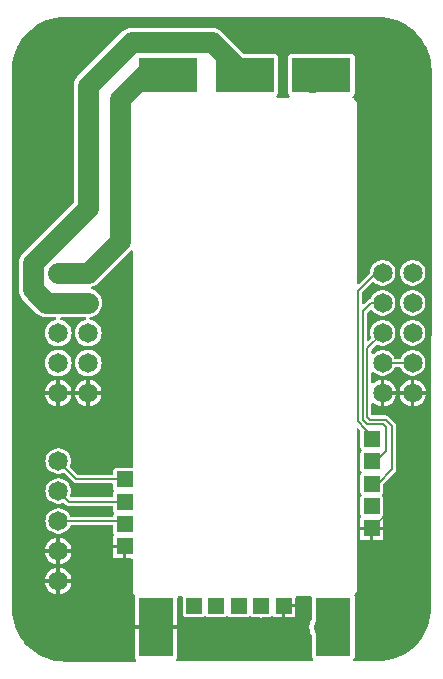
<source format=gbr>
%TF.GenerationSoftware,KiCad,Pcbnew,8.0.6*%
%TF.CreationDate,2024-10-27T10:54:55+01:00*%
%TF.ProjectId,Motor_Driver_carrier_board,4d6f746f-725f-4447-9269-7665725f6361,rev?*%
%TF.SameCoordinates,Original*%
%TF.FileFunction,Copper,L1,Top*%
%TF.FilePolarity,Positive*%
%FSLAX46Y46*%
G04 Gerber Fmt 4.6, Leading zero omitted, Abs format (unit mm)*
G04 Created by KiCad (PCBNEW 8.0.6) date 2024-10-27 10:54:55*
%MOMM*%
%LPD*%
G01*
G04 APERTURE LIST*
%TA.AperFunction,SMDPad,CuDef*%
%ADD10R,5.000000X3.000000*%
%TD*%
%TA.AperFunction,ComponentPad*%
%ADD11C,1.650000*%
%TD*%
%TA.AperFunction,SMDPad,CuDef*%
%ADD12R,1.400000X1.400000*%
%TD*%
%TA.AperFunction,SMDPad,CuDef*%
%ADD13R,3.000000X5.000000*%
%TD*%
%TA.AperFunction,ViaPad*%
%ADD14C,0.600000*%
%TD*%
%TA.AperFunction,Conductor*%
%ADD15C,2.765520*%
%TD*%
%TA.AperFunction,Conductor*%
%ADD16C,0.200000*%
%TD*%
%TA.AperFunction,Conductor*%
%ADD17C,1.791660*%
%TD*%
G04 APERTURE END LIST*
D10*
%TO.P,OUT1,1*%
%TO.N,/OUT1*%
X127675000Y-46950000D03*
%TD*%
D11*
%TO.P,J3,1,1*%
%TO.N,/SWDIO*%
X118385000Y-79640000D03*
%TO.P,J3,2,2*%
%TO.N,/SWCLK*%
X118385000Y-82180000D03*
%TO.P,J3,3,3*%
%TO.N,/3.3V*%
X118385000Y-84720000D03*
%TO.P,J3,4,4*%
%TO.N,GND*%
X118385000Y-87260000D03*
%TO.P,J3,5,5*%
X118385000Y-89800000D03*
%TD*%
D12*
%TO.P,GND,1*%
%TO.N,GND*%
X144925000Y-85350000D03*
%TD*%
%TO.P,5V,1*%
%TO.N,/5V*%
X129875000Y-91875000D03*
%TD*%
%TO.P,GND,1*%
%TO.N,GND*%
X137475000Y-91875000D03*
%TD*%
D13*
%TO.P,+24V,1*%
%TO.N,/24V*%
X141675000Y-93675000D03*
%TD*%
%TO.P,-24V,1*%
%TO.N,GND*%
X126675000Y-93675000D03*
%TD*%
D10*
%TO.P,OUT3,1*%
%TO.N,/OUT3*%
X140675000Y-46950000D03*
%TD*%
%TO.P,OUT2,1*%
%TO.N,/OUT2*%
X134175000Y-46950000D03*
%TD*%
D11*
%TO.P,J1,1,1*%
%TO.N,GND*%
X120925000Y-73870000D03*
%TO.P,J1,2,2*%
X118385000Y-73870000D03*
%TO.P,J1,3,3*%
%TO.N,/24V*%
X120925000Y-71330000D03*
%TO.P,J1,4,4*%
X118385000Y-71330000D03*
%TO.P,J1,5,5*%
%TO.N,/OUT3*%
X120925000Y-68790000D03*
%TO.P,J1,6,6*%
X118385000Y-68790000D03*
%TO.P,J1,7,7*%
%TO.N,/OUT2*%
X120925000Y-66250000D03*
%TO.P,J1,8,8*%
X118385000Y-66250000D03*
%TO.P,J1,9,9*%
%TO.N,/OUT1*%
X120925000Y-63710000D03*
%TO.P,J1,10,10*%
X118385000Y-63710000D03*
%TD*%
D12*
%TO.P,PWM,1*%
%TO.N,/PWM*%
X135575000Y-91875000D03*
%TD*%
%TO.P,H2,1*%
%TO.N,/H2*%
X144925000Y-79650000D03*
%TD*%
%TO.P,5V,1*%
%TO.N,/5V*%
X144925000Y-83450000D03*
%TD*%
%TO.P,SWDIO,1*%
%TO.N,/SWDIO*%
X124000000Y-81175000D03*
%TD*%
%TO.P,H1,1*%
%TO.N,/H1*%
X144925000Y-77750000D03*
%TD*%
%TO.P,TX,1*%
%TO.N,/TX*%
X131775000Y-91875000D03*
%TD*%
%TO.P,GND,1*%
%TO.N,GND*%
X124000000Y-86875000D03*
%TD*%
%TO.P,SWCLK,1*%
%TO.N,/SWCLK*%
X124000000Y-83075000D03*
%TD*%
%TO.P,+3.3V,1*%
%TO.N,/3.3V*%
X124000000Y-84975000D03*
%TD*%
%TO.P,RX,1*%
%TO.N,/RX*%
X133675000Y-91875000D03*
%TD*%
%TO.P,H3,1*%
%TO.N,/H3*%
X144925000Y-81550000D03*
%TD*%
D11*
%TO.P,J2,1,1*%
%TO.N,GND*%
X148395000Y-73870000D03*
%TO.P,J2,2,2*%
X145855000Y-73870000D03*
%TO.P,J2,3,3*%
%TO.N,/5V*%
X148395000Y-71330000D03*
%TO.P,J2,4,4*%
X145855000Y-71330000D03*
%TO.P,J2,5,5*%
%TO.N,/TX*%
X148395000Y-68790000D03*
%TO.P,J2,6,6*%
%TO.N,/H3*%
X145855000Y-68790000D03*
%TO.P,J2,7,7*%
%TO.N,/RX*%
X148395000Y-66250000D03*
%TO.P,J2,8,8*%
%TO.N,/H2*%
X145855000Y-66250000D03*
%TO.P,J2,9,9*%
%TO.N,/PWM*%
X148395000Y-63710000D03*
%TO.P,J2,10,10*%
%TO.N,/H1*%
X145855000Y-63710000D03*
%TD*%
D14*
%TO.N,/OUT3*%
X141525000Y-47000000D03*
X141500000Y-47775000D03*
X140700000Y-46225000D03*
X140675000Y-47775000D03*
X139825000Y-46225000D03*
X142425000Y-47775000D03*
X139000000Y-46225000D03*
X142375000Y-46225000D03*
X138975000Y-47775000D03*
X140675000Y-47000000D03*
X139850000Y-47000000D03*
X141525000Y-46225000D03*
X142400000Y-47000000D03*
X139025000Y-47000000D03*
X139825000Y-47775000D03*
%TO.N,GND*%
X127800000Y-91550000D03*
X125525000Y-95125000D03*
X146525000Y-81800000D03*
X137475000Y-91875000D03*
X127000000Y-91550000D03*
X127775000Y-92275000D03*
X125525000Y-95875000D03*
%TO.N,/24V*%
X140825000Y-94450000D03*
X140850000Y-93700000D03*
X142475000Y-93700000D03*
X140775000Y-95225000D03*
X142500000Y-94450000D03*
X142500000Y-95275000D03*
X141650000Y-95250000D03*
X141675000Y-93675000D03*
X141650000Y-94425000D03*
%TO.N,/PWM*%
X135575000Y-92350000D03*
%TO.N,/5V*%
X145325000Y-83425000D03*
X129875000Y-92025000D03*
%TO.N,/RX*%
X133750000Y-91975000D03*
%TO.N,/TX*%
X131725000Y-91950000D03*
%TD*%
D15*
%TO.N,/OUT3*%
X139950000Y-46950000D02*
X139850000Y-47050000D01*
X140675000Y-46950000D02*
X139950000Y-46950000D01*
D16*
%TO.N,GND*%
X126675000Y-93975000D02*
X125525000Y-95125000D01*
X137475000Y-91875000D02*
X137475000Y-91800000D01*
X144925000Y-85350000D02*
X146525000Y-83750000D01*
X137475000Y-91800000D02*
X137450000Y-91775000D01*
X126675000Y-93675000D02*
X126675000Y-93975000D01*
X146525000Y-83750000D02*
X146525000Y-81800000D01*
D17*
%TO.N,/OUT2*%
X124629170Y-44150000D02*
X120925000Y-47854170D01*
X116225000Y-65100000D02*
X117375000Y-66250000D01*
X120925000Y-47854170D02*
X120925000Y-58211946D01*
X116225000Y-62911946D02*
X116225000Y-65100000D01*
X131375000Y-44150000D02*
X124629170Y-44150000D01*
X134175000Y-46950000D02*
X131375000Y-44150000D01*
X120925000Y-58211946D02*
X116225000Y-62911946D01*
X117375000Y-66250000D02*
X120925000Y-66250000D01*
%TO.N,/OUT1*%
X125650998Y-46950000D02*
X123625000Y-48975998D01*
X123625000Y-61010000D02*
X120925000Y-63710000D01*
X120925000Y-63710000D02*
X118385000Y-63710000D01*
X127675000Y-46950000D02*
X125650998Y-46950000D01*
X123625000Y-48975998D02*
X123625000Y-61010000D01*
%TO.N,/24V*%
X140850000Y-93700000D02*
X141650000Y-93700000D01*
X141650000Y-93700000D02*
X141675000Y-93675000D01*
D16*
%TO.N,/PWM*%
X135575000Y-91925000D02*
X135600000Y-91950000D01*
X135575000Y-91875000D02*
X135575000Y-91925000D01*
%TO.N,/5V*%
X129875000Y-91875000D02*
X129875000Y-92025000D01*
X144925000Y-83450000D02*
X145075000Y-83450000D01*
X145855000Y-71330000D02*
X148395000Y-71330000D01*
X145075000Y-83450000D02*
X145125000Y-83500000D01*
%TO.N,/RX*%
X133675000Y-91875000D02*
X133675000Y-91900000D01*
X133675000Y-91900000D02*
X133750000Y-91975000D01*
%TO.N,/H2*%
X145300000Y-79650000D02*
X146150000Y-78800000D01*
X144875000Y-66250000D02*
X145855000Y-66250000D01*
X145900000Y-76525000D02*
X144550000Y-76525000D01*
X146150000Y-78800000D02*
X146150000Y-76775000D01*
X144150000Y-76125000D02*
X144150000Y-66975000D01*
X144150000Y-66975000D02*
X144875000Y-66250000D01*
X144925000Y-79650000D02*
X145300000Y-79650000D01*
X146150000Y-76775000D02*
X145900000Y-76525000D01*
X144550000Y-76525000D02*
X144150000Y-76125000D01*
%TO.N,/TX*%
X131775000Y-91900000D02*
X131725000Y-91950000D01*
X131775000Y-91875000D02*
X131775000Y-91900000D01*
%TO.N,/H1*%
X145290000Y-63710000D02*
X145855000Y-63710000D01*
X143750000Y-65250000D02*
X145290000Y-63710000D01*
X144925000Y-77450000D02*
X144400000Y-76925000D01*
X144384314Y-76925000D02*
X143750000Y-76290686D01*
X143750000Y-76290686D02*
X143750000Y-65250000D01*
X144400000Y-76925000D02*
X144384314Y-76925000D01*
X144925000Y-77750000D02*
X144925000Y-77450000D01*
%TO.N,/H3*%
X146650000Y-76675000D02*
X146100000Y-76125000D01*
X144550000Y-70095000D02*
X145855000Y-68790000D01*
X146650000Y-80325000D02*
X146650000Y-76675000D01*
X145425000Y-81550000D02*
X146650000Y-80325000D01*
X144750000Y-76125000D02*
X144550000Y-75925000D01*
X144550000Y-75925000D02*
X144550000Y-70095000D01*
X146100000Y-76125000D02*
X144750000Y-76125000D01*
X144925000Y-81550000D02*
X145425000Y-81550000D01*
%TO.N,/SWDIO*%
X119920000Y-81175000D02*
X124000000Y-81175000D01*
X118385000Y-79640000D02*
X119920000Y-81175000D01*
%TO.N,/3.3V*%
X123745000Y-84720000D02*
X124000000Y-84975000D01*
X118385000Y-84720000D02*
X123745000Y-84720000D01*
%TO.N,/SWCLK*%
X119280000Y-83075000D02*
X124000000Y-83075000D01*
X118385000Y-82180000D02*
X119280000Y-83075000D01*
%TD*%
%TA.AperFunction,Conductor*%
%TO.N,GND*%
G36*
X145406757Y-42050847D02*
G01*
X145411610Y-42050822D01*
X145411611Y-42050823D01*
X145474799Y-42050507D01*
X145480171Y-42050597D01*
X145865578Y-42065548D01*
X145876369Y-42066441D01*
X146183852Y-42105489D01*
X146256252Y-42114684D01*
X146266947Y-42116521D01*
X146641144Y-42197789D01*
X146651640Y-42200554D01*
X147017316Y-42314234D01*
X147027496Y-42317895D01*
X147372485Y-42459281D01*
X147381830Y-42463111D01*
X147391681Y-42467661D01*
X147731952Y-42643295D01*
X147741369Y-42648690D01*
X148064994Y-42853412D01*
X148073888Y-42859600D01*
X148369254Y-43084877D01*
X148378352Y-43091816D01*
X148386681Y-43098765D01*
X148538877Y-43237489D01*
X148669695Y-43356728D01*
X148677387Y-43364382D01*
X148936752Y-43646091D01*
X148943744Y-43654386D01*
X148991072Y-43715800D01*
X149177481Y-43957689D01*
X149183723Y-43966566D01*
X149390051Y-44289149D01*
X149395493Y-44298538D01*
X149572827Y-44637927D01*
X149577427Y-44647756D01*
X149724408Y-45001347D01*
X149728131Y-45011541D01*
X149843633Y-45376630D01*
X149846450Y-45387109D01*
X149929590Y-45760900D01*
X149931480Y-45771586D01*
X149981619Y-46151205D01*
X149982568Y-46162016D01*
X149999438Y-46547210D01*
X149999557Y-46552772D01*
X149949580Y-91975870D01*
X149948850Y-91987849D01*
X149949490Y-92051607D01*
X149949496Y-92052982D01*
X149949495Y-92053927D01*
X149949423Y-92058011D01*
X149936313Y-92443447D01*
X149935462Y-92454336D01*
X149888786Y-92834683D01*
X149886979Y-92845453D01*
X149807025Y-93220190D01*
X149804278Y-93230761D01*
X149691657Y-93597020D01*
X149687991Y-93607307D01*
X149543579Y-93962236D01*
X149539022Y-93972161D01*
X149363936Y-94313018D01*
X149358522Y-94322504D01*
X149154134Y-94646613D01*
X149147907Y-94655585D01*
X148915785Y-94960463D01*
X148908794Y-94968853D01*
X148650747Y-95252125D01*
X148643044Y-95259867D01*
X148361070Y-95519338D01*
X148352715Y-95526372D01*
X148049014Y-95760016D01*
X148040073Y-95766288D01*
X147716978Y-95972312D01*
X147707520Y-95977772D01*
X147367570Y-96154558D01*
X147357668Y-96159166D01*
X147003460Y-96305363D01*
X146993191Y-96309081D01*
X146627502Y-96423541D01*
X146616945Y-96426341D01*
X146242598Y-96508181D01*
X146231837Y-96510041D01*
X145851759Y-96558622D01*
X145840875Y-96559529D01*
X145455240Y-96574587D01*
X145449781Y-96574679D01*
X145382947Y-96574344D01*
X145375387Y-96574826D01*
X143496199Y-96578367D01*
X143429122Y-96558809D01*
X143383268Y-96506091D01*
X143373194Y-96436951D01*
X143402099Y-96373341D01*
X143408258Y-96366712D01*
X143427206Y-96347765D01*
X143472585Y-96244991D01*
X143475500Y-96219865D01*
X143475499Y-91130136D01*
X143475497Y-91130117D01*
X143472586Y-91105012D01*
X143472585Y-91105010D01*
X143462548Y-91082277D01*
X143453477Y-91012999D01*
X143483302Y-90949814D01*
X143488269Y-90944544D01*
X143550500Y-90882314D01*
X143616392Y-90768186D01*
X143650500Y-90640892D01*
X143650500Y-86094785D01*
X143925001Y-86094785D01*
X143925002Y-86094808D01*
X143927908Y-86119869D01*
X143927909Y-86119873D01*
X143973211Y-86222474D01*
X143973214Y-86222479D01*
X144052520Y-86301785D01*
X144052525Y-86301788D01*
X144155123Y-86347089D01*
X144180206Y-86349999D01*
X144774999Y-86349999D01*
X145075000Y-86349999D01*
X145669786Y-86349999D01*
X145669808Y-86349997D01*
X145694869Y-86347091D01*
X145694873Y-86347090D01*
X145797474Y-86301788D01*
X145797479Y-86301785D01*
X145876785Y-86222479D01*
X145876788Y-86222474D01*
X145922089Y-86119877D01*
X145922089Y-86119875D01*
X145924999Y-86094794D01*
X145925000Y-86094791D01*
X145925000Y-85500000D01*
X145075000Y-85500000D01*
X145075000Y-86349999D01*
X144774999Y-86349999D01*
X144775000Y-86349998D01*
X144775000Y-85500000D01*
X143925001Y-85500000D01*
X143925001Y-86094785D01*
X143650500Y-86094785D01*
X143650500Y-76986230D01*
X143670185Y-76919191D01*
X143722989Y-76873436D01*
X143792147Y-76863492D01*
X143855703Y-76892517D01*
X143862181Y-76898549D01*
X143938181Y-76974549D01*
X143971666Y-77035872D01*
X143974500Y-77062230D01*
X143974500Y-78474678D01*
X143989032Y-78547735D01*
X143989033Y-78547739D01*
X144044739Y-78631110D01*
X144065616Y-78697788D01*
X144047131Y-78765168D01*
X144044739Y-78768890D01*
X143989033Y-78852260D01*
X143989032Y-78852264D01*
X143974500Y-78925321D01*
X143974500Y-80374678D01*
X143989032Y-80447735D01*
X143989033Y-80447739D01*
X144044739Y-80531110D01*
X144065616Y-80597788D01*
X144047131Y-80665168D01*
X144044739Y-80668890D01*
X143989033Y-80752260D01*
X143989032Y-80752264D01*
X143974500Y-80825321D01*
X143974500Y-82274678D01*
X143989032Y-82347735D01*
X143989033Y-82347739D01*
X144044739Y-82431110D01*
X144065616Y-82497788D01*
X144047131Y-82565168D01*
X144044739Y-82568890D01*
X143989033Y-82652260D01*
X143989032Y-82652264D01*
X143974500Y-82725321D01*
X143974500Y-84174678D01*
X143989032Y-84247735D01*
X143989033Y-84247739D01*
X143994811Y-84256386D01*
X144018198Y-84291388D01*
X144039075Y-84358064D01*
X144020590Y-84425444D01*
X144002777Y-84447957D01*
X143973214Y-84477520D01*
X143973211Y-84477525D01*
X143927910Y-84580122D01*
X143927910Y-84580124D01*
X143925000Y-84605205D01*
X143925000Y-85200000D01*
X145924999Y-85200000D01*
X145924999Y-84605214D01*
X145924997Y-84605191D01*
X145922091Y-84580130D01*
X145922090Y-84580126D01*
X145876788Y-84477525D01*
X145876785Y-84477520D01*
X145847223Y-84447958D01*
X145813738Y-84386635D01*
X145818722Y-84316943D01*
X145831795Y-84291396D01*
X145860966Y-84247740D01*
X145875500Y-84174674D01*
X145875500Y-83469206D01*
X145876561Y-83453020D01*
X145880250Y-83425000D01*
X145880250Y-83424998D01*
X145876561Y-83396978D01*
X145875500Y-83380793D01*
X145875500Y-82725323D01*
X145875499Y-82725321D01*
X145860967Y-82652264D01*
X145860966Y-82652262D01*
X145860966Y-82652260D01*
X145860964Y-82652258D01*
X145860964Y-82652256D01*
X145805261Y-82568890D01*
X145784383Y-82502213D01*
X145802868Y-82434833D01*
X145805261Y-82431110D01*
X145860964Y-82347743D01*
X145860964Y-82347742D01*
X145860966Y-82347740D01*
X145875500Y-82274674D01*
X145875500Y-81646544D01*
X145895185Y-81579505D01*
X145911819Y-81558863D01*
X146366182Y-81104500D01*
X146930470Y-80540212D01*
X146976614Y-80460288D01*
X147000500Y-80371143D01*
X147000500Y-80278856D01*
X147000500Y-76628856D01*
X146976614Y-76539712D01*
X146957091Y-76505898D01*
X146930469Y-76459787D01*
X146315212Y-75844530D01*
X146315211Y-75844529D01*
X146315208Y-75844527D01*
X146235290Y-75798387D01*
X146235289Y-75798386D01*
X146235288Y-75798386D01*
X146146144Y-75774500D01*
X146146143Y-75774500D01*
X145024500Y-75774500D01*
X144957461Y-75754815D01*
X144911706Y-75702011D01*
X144900500Y-75650500D01*
X144900500Y-74803001D01*
X144920185Y-74735962D01*
X144972989Y-74690207D01*
X145042147Y-74680263D01*
X145105703Y-74709288D01*
X145108039Y-74711364D01*
X145174134Y-74771618D01*
X145351392Y-74881371D01*
X145351398Y-74881374D01*
X145545811Y-74956689D01*
X145705000Y-74986446D01*
X145705000Y-74399209D01*
X145782591Y-74420000D01*
X145927409Y-74420000D01*
X146005000Y-74399209D01*
X146005000Y-74986446D01*
X146164187Y-74956689D01*
X146164188Y-74956689D01*
X146358601Y-74881374D01*
X146358607Y-74881371D01*
X146535867Y-74771617D01*
X146535869Y-74771615D01*
X146689945Y-74631157D01*
X146815590Y-74464776D01*
X146815595Y-74464768D01*
X146908521Y-74278148D01*
X146908527Y-74278133D01*
X146965582Y-74077605D01*
X146965582Y-74077603D01*
X146970921Y-74020000D01*
X146384209Y-74020000D01*
X146405000Y-73942409D01*
X146405000Y-73797591D01*
X146384209Y-73720000D01*
X146970920Y-73720000D01*
X147279079Y-73720000D01*
X147865791Y-73720000D01*
X147845000Y-73797591D01*
X147845000Y-73942409D01*
X147865791Y-74020000D01*
X147279079Y-74020000D01*
X147284417Y-74077603D01*
X147284417Y-74077605D01*
X147341472Y-74278133D01*
X147341478Y-74278148D01*
X147434404Y-74464768D01*
X147434409Y-74464776D01*
X147560054Y-74631157D01*
X147714130Y-74771615D01*
X147714132Y-74771617D01*
X147891392Y-74881371D01*
X147891398Y-74881374D01*
X148085811Y-74956689D01*
X148245000Y-74986446D01*
X148245000Y-74399209D01*
X148322591Y-74420000D01*
X148467409Y-74420000D01*
X148545000Y-74399209D01*
X148545000Y-74986446D01*
X148704187Y-74956689D01*
X148704188Y-74956689D01*
X148898601Y-74881374D01*
X148898607Y-74881371D01*
X149075867Y-74771617D01*
X149075869Y-74771615D01*
X149229945Y-74631157D01*
X149355590Y-74464776D01*
X149355595Y-74464768D01*
X149448521Y-74278148D01*
X149448527Y-74278133D01*
X149505582Y-74077605D01*
X149505582Y-74077603D01*
X149510921Y-74020000D01*
X148924209Y-74020000D01*
X148945000Y-73942409D01*
X148945000Y-73797591D01*
X148924209Y-73720000D01*
X149510920Y-73720000D01*
X149505582Y-73662396D01*
X149505582Y-73662394D01*
X149448527Y-73461866D01*
X149448521Y-73461851D01*
X149355595Y-73275231D01*
X149355590Y-73275223D01*
X149229945Y-73108842D01*
X149075869Y-72968384D01*
X149075867Y-72968382D01*
X148898607Y-72858628D01*
X148898601Y-72858625D01*
X148704189Y-72783310D01*
X148545000Y-72753552D01*
X148545000Y-73340790D01*
X148467409Y-73320000D01*
X148322591Y-73320000D01*
X148245000Y-73340790D01*
X148245000Y-72753552D01*
X148085810Y-72783310D01*
X147891398Y-72858625D01*
X147891392Y-72858628D01*
X147714132Y-72968382D01*
X147714130Y-72968384D01*
X147560054Y-73108842D01*
X147434409Y-73275223D01*
X147434404Y-73275231D01*
X147341478Y-73461851D01*
X147341472Y-73461866D01*
X147284417Y-73662394D01*
X147284417Y-73662396D01*
X147279079Y-73720000D01*
X146970920Y-73720000D01*
X146965582Y-73662396D01*
X146965582Y-73662394D01*
X146908527Y-73461866D01*
X146908521Y-73461851D01*
X146815595Y-73275231D01*
X146815590Y-73275223D01*
X146689945Y-73108842D01*
X146535869Y-72968384D01*
X146535867Y-72968382D01*
X146358607Y-72858628D01*
X146358601Y-72858625D01*
X146164189Y-72783310D01*
X146005000Y-72753552D01*
X146005000Y-73340790D01*
X145927409Y-73320000D01*
X145782591Y-73320000D01*
X145705000Y-73340790D01*
X145705000Y-72753552D01*
X145545810Y-72783310D01*
X145351398Y-72858625D01*
X145351392Y-72858628D01*
X145174132Y-72968382D01*
X145174130Y-72968384D01*
X145108038Y-73028635D01*
X145045234Y-73059252D01*
X144975847Y-73051054D01*
X144921907Y-73006644D01*
X144900539Y-72940122D01*
X144900500Y-72936998D01*
X144900500Y-72196019D01*
X144920185Y-72128980D01*
X144972989Y-72083225D01*
X145042147Y-72073281D01*
X145105703Y-72102306D01*
X145108038Y-72104382D01*
X145204090Y-72191945D01*
X145373554Y-72296873D01*
X145559414Y-72368876D01*
X145755340Y-72405500D01*
X145755342Y-72405500D01*
X145954658Y-72405500D01*
X145954660Y-72405500D01*
X146150586Y-72368876D01*
X146336446Y-72296873D01*
X146505910Y-72191945D01*
X146653209Y-72057664D01*
X146773326Y-71898604D01*
X146847707Y-71749228D01*
X146895210Y-71697991D01*
X146958707Y-71680500D01*
X147291293Y-71680500D01*
X147358332Y-71700185D01*
X147402293Y-71749228D01*
X147476670Y-71898598D01*
X147476675Y-71898606D01*
X147596792Y-72057666D01*
X147723508Y-72173182D01*
X147744090Y-72191945D01*
X147913554Y-72296873D01*
X148099414Y-72368876D01*
X148295340Y-72405500D01*
X148295342Y-72405500D01*
X148494658Y-72405500D01*
X148494660Y-72405500D01*
X148690586Y-72368876D01*
X148876446Y-72296873D01*
X149045910Y-72191945D01*
X149193209Y-72057664D01*
X149313326Y-71898604D01*
X149402171Y-71720180D01*
X149456717Y-71528469D01*
X149475108Y-71330000D01*
X149456717Y-71131531D01*
X149402171Y-70939820D01*
X149349500Y-70834042D01*
X149313329Y-70761401D01*
X149313324Y-70761393D01*
X149193207Y-70602333D01*
X149045911Y-70468056D01*
X149045910Y-70468055D01*
X148981193Y-70427984D01*
X148876447Y-70363127D01*
X148876445Y-70363126D01*
X148760417Y-70318177D01*
X148690586Y-70291124D01*
X148690582Y-70291123D01*
X148611639Y-70276366D01*
X148494660Y-70254500D01*
X148295340Y-70254500D01*
X148205254Y-70271339D01*
X148099417Y-70291123D01*
X148099415Y-70291123D01*
X148099414Y-70291124D01*
X148047517Y-70311229D01*
X147913554Y-70363126D01*
X147913552Y-70363127D01*
X147744088Y-70468056D01*
X147596792Y-70602333D01*
X147476675Y-70761393D01*
X147476670Y-70761401D01*
X147402293Y-70910772D01*
X147354790Y-70962009D01*
X147291293Y-70979500D01*
X146958707Y-70979500D01*
X146891668Y-70959815D01*
X146847707Y-70910772D01*
X146773329Y-70761401D01*
X146773324Y-70761393D01*
X146653207Y-70602333D01*
X146505911Y-70468056D01*
X146505910Y-70468055D01*
X146441193Y-70427984D01*
X146336447Y-70363127D01*
X146336445Y-70363126D01*
X146220417Y-70318177D01*
X146150586Y-70291124D01*
X146150582Y-70291123D01*
X146071639Y-70276366D01*
X145954660Y-70254500D01*
X145755340Y-70254500D01*
X145665254Y-70271339D01*
X145559417Y-70291123D01*
X145559415Y-70291123D01*
X145559414Y-70291124D01*
X145507517Y-70311229D01*
X145373554Y-70363126D01*
X145373552Y-70363127D01*
X145204088Y-70468056D01*
X145108038Y-70555617D01*
X145045234Y-70586234D01*
X144975847Y-70578036D01*
X144921907Y-70533626D01*
X144900539Y-70467104D01*
X144900500Y-70463980D01*
X144900500Y-70291543D01*
X144920185Y-70224504D01*
X144936815Y-70203866D01*
X145323814Y-69816866D01*
X145385135Y-69783383D01*
X145454826Y-69788367D01*
X145456098Y-69788850D01*
X145559414Y-69828876D01*
X145755340Y-69865500D01*
X145755342Y-69865500D01*
X145954658Y-69865500D01*
X145954660Y-69865500D01*
X146150586Y-69828876D01*
X146336446Y-69756873D01*
X146505910Y-69651945D01*
X146653209Y-69517664D01*
X146773326Y-69358604D01*
X146862171Y-69180180D01*
X146916717Y-68988469D01*
X146935108Y-68790000D01*
X146935108Y-68789999D01*
X147314892Y-68789999D01*
X147314892Y-68790000D01*
X147333282Y-68988464D01*
X147333282Y-68988466D01*
X147333283Y-68988469D01*
X147387829Y-69180179D01*
X147387830Y-69180183D01*
X147476670Y-69358598D01*
X147476675Y-69358606D01*
X147596792Y-69517666D01*
X147723508Y-69633182D01*
X147744090Y-69651945D01*
X147913554Y-69756873D01*
X148099414Y-69828876D01*
X148295340Y-69865500D01*
X148295342Y-69865500D01*
X148494658Y-69865500D01*
X148494660Y-69865500D01*
X148690586Y-69828876D01*
X148876446Y-69756873D01*
X149045910Y-69651945D01*
X149193209Y-69517664D01*
X149313326Y-69358604D01*
X149402171Y-69180180D01*
X149456717Y-68988469D01*
X149475108Y-68790000D01*
X149456717Y-68591531D01*
X149402171Y-68399820D01*
X149393137Y-68381677D01*
X149313329Y-68221401D01*
X149313324Y-68221393D01*
X149193207Y-68062333D01*
X149045911Y-67928056D01*
X149045910Y-67928055D01*
X148981193Y-67887984D01*
X148876447Y-67823127D01*
X148876445Y-67823126D01*
X148760417Y-67778177D01*
X148690586Y-67751124D01*
X148690582Y-67751123D01*
X148611639Y-67736366D01*
X148494660Y-67714500D01*
X148295340Y-67714500D01*
X148205254Y-67731339D01*
X148099417Y-67751123D01*
X148099415Y-67751123D01*
X148099414Y-67751124D01*
X148047517Y-67771229D01*
X147913554Y-67823126D01*
X147913552Y-67823127D01*
X147744088Y-67928056D01*
X147596792Y-68062333D01*
X147476675Y-68221393D01*
X147476670Y-68221401D01*
X147387830Y-68399816D01*
X147333282Y-68591535D01*
X147314892Y-68789999D01*
X146935108Y-68789999D01*
X146916717Y-68591531D01*
X146862171Y-68399820D01*
X146853137Y-68381677D01*
X146773329Y-68221401D01*
X146773324Y-68221393D01*
X146653207Y-68062333D01*
X146505911Y-67928056D01*
X146505910Y-67928055D01*
X146441193Y-67887984D01*
X146336447Y-67823127D01*
X146336445Y-67823126D01*
X146220417Y-67778177D01*
X146150586Y-67751124D01*
X146150582Y-67751123D01*
X146071639Y-67736366D01*
X145954660Y-67714500D01*
X145755340Y-67714500D01*
X145665254Y-67731339D01*
X145559417Y-67751123D01*
X145559415Y-67751123D01*
X145559414Y-67751124D01*
X145507517Y-67771229D01*
X145373554Y-67823126D01*
X145373552Y-67823127D01*
X145204088Y-67928056D01*
X145056792Y-68062333D01*
X144936675Y-68221393D01*
X144936670Y-68221401D01*
X144847830Y-68399816D01*
X144793282Y-68591535D01*
X144774892Y-68789999D01*
X144774892Y-68790000D01*
X144793282Y-68988464D01*
X144793282Y-68988466D01*
X144793283Y-68988469D01*
X144847829Y-69180180D01*
X144848383Y-69181292D01*
X144848488Y-69181883D01*
X144849900Y-69185527D01*
X144849187Y-69185803D01*
X144860647Y-69250077D01*
X144833777Y-69314573D01*
X144825067Y-69324250D01*
X144712180Y-69437136D01*
X144650859Y-69470621D01*
X144581167Y-69465637D01*
X144525233Y-69423766D01*
X144500816Y-69358302D01*
X144500500Y-69349455D01*
X144500500Y-67171543D01*
X144520185Y-67104504D01*
X144536815Y-67083866D01*
X144778002Y-66842678D01*
X144839325Y-66809194D01*
X144909017Y-66814178D01*
X144964637Y-66855633D01*
X145056792Y-66977666D01*
X145173284Y-67083862D01*
X145204090Y-67111945D01*
X145373554Y-67216873D01*
X145559414Y-67288876D01*
X145755340Y-67325500D01*
X145755342Y-67325500D01*
X145954658Y-67325500D01*
X145954660Y-67325500D01*
X146150586Y-67288876D01*
X146336446Y-67216873D01*
X146505910Y-67111945D01*
X146653209Y-66977664D01*
X146773326Y-66818604D01*
X146862171Y-66640180D01*
X146916717Y-66448469D01*
X146935108Y-66250000D01*
X146935108Y-66249999D01*
X147314892Y-66249999D01*
X147314892Y-66250000D01*
X147333282Y-66448464D01*
X147333282Y-66448466D01*
X147333283Y-66448469D01*
X147387829Y-66640180D01*
X147387830Y-66640183D01*
X147476670Y-66818598D01*
X147476675Y-66818606D01*
X147596792Y-66977666D01*
X147713284Y-67083862D01*
X147744090Y-67111945D01*
X147913554Y-67216873D01*
X148099414Y-67288876D01*
X148295340Y-67325500D01*
X148295342Y-67325500D01*
X148494658Y-67325500D01*
X148494660Y-67325500D01*
X148690586Y-67288876D01*
X148876446Y-67216873D01*
X149045910Y-67111945D01*
X149193209Y-66977664D01*
X149313326Y-66818604D01*
X149402171Y-66640180D01*
X149456717Y-66448469D01*
X149475108Y-66250000D01*
X149456717Y-66051531D01*
X149402171Y-65859820D01*
X149367786Y-65790766D01*
X149313329Y-65681401D01*
X149313324Y-65681393D01*
X149193207Y-65522333D01*
X149045911Y-65388056D01*
X149045910Y-65388055D01*
X148964247Y-65337491D01*
X148876447Y-65283127D01*
X148876445Y-65283126D01*
X148794379Y-65251334D01*
X148690586Y-65211124D01*
X148690582Y-65211123D01*
X148599797Y-65194153D01*
X148494660Y-65174500D01*
X148295340Y-65174500D01*
X148205254Y-65191339D01*
X148099417Y-65211123D01*
X148099415Y-65211123D01*
X148099414Y-65211124D01*
X148058932Y-65226807D01*
X147913554Y-65283126D01*
X147913552Y-65283127D01*
X147744088Y-65388056D01*
X147596792Y-65522333D01*
X147476675Y-65681393D01*
X147476670Y-65681401D01*
X147387830Y-65859816D01*
X147387829Y-65859820D01*
X147356521Y-65969859D01*
X147333282Y-66051535D01*
X147314892Y-66249999D01*
X146935108Y-66249999D01*
X146916717Y-66051531D01*
X146862171Y-65859820D01*
X146827786Y-65790766D01*
X146773329Y-65681401D01*
X146773324Y-65681393D01*
X146653207Y-65522333D01*
X146505911Y-65388056D01*
X146505910Y-65388055D01*
X146424247Y-65337491D01*
X146336447Y-65283127D01*
X146336445Y-65283126D01*
X146254379Y-65251334D01*
X146150586Y-65211124D01*
X146150582Y-65211123D01*
X146059797Y-65194153D01*
X145954660Y-65174500D01*
X145755340Y-65174500D01*
X145665254Y-65191339D01*
X145559417Y-65211123D01*
X145559415Y-65211123D01*
X145559414Y-65211124D01*
X145518932Y-65226807D01*
X145373554Y-65283126D01*
X145373552Y-65283127D01*
X145204088Y-65388056D01*
X145056792Y-65522333D01*
X144936675Y-65681393D01*
X144936670Y-65681401D01*
X144852863Y-65849707D01*
X144805359Y-65900944D01*
X144773958Y-65914209D01*
X144739716Y-65923384D01*
X144739709Y-65923387D01*
X144659791Y-65969527D01*
X144659786Y-65969531D01*
X144312181Y-66317137D01*
X144250858Y-66350622D01*
X144181166Y-66345638D01*
X144125233Y-66303766D01*
X144100816Y-66238302D01*
X144100500Y-66229456D01*
X144100500Y-65446543D01*
X144120185Y-65379504D01*
X144136815Y-65358866D01*
X144973711Y-64521969D01*
X145035034Y-64488485D01*
X145104726Y-64493469D01*
X145144930Y-64518014D01*
X145204090Y-64571945D01*
X145317452Y-64642136D01*
X145363482Y-64670637D01*
X145373554Y-64676873D01*
X145559414Y-64748876D01*
X145755340Y-64785500D01*
X145755342Y-64785500D01*
X145954658Y-64785500D01*
X145954660Y-64785500D01*
X146150586Y-64748876D01*
X146336446Y-64676873D01*
X146505910Y-64571945D01*
X146653209Y-64437664D01*
X146773326Y-64278604D01*
X146862171Y-64100180D01*
X146916717Y-63908469D01*
X146935108Y-63710000D01*
X146935108Y-63709999D01*
X147314892Y-63709999D01*
X147314892Y-63710000D01*
X147333282Y-63908464D01*
X147387830Y-64100183D01*
X147476670Y-64278598D01*
X147476675Y-64278606D01*
X147596792Y-64437666D01*
X147689270Y-64521970D01*
X147744090Y-64571945D01*
X147857452Y-64642136D01*
X147903482Y-64670637D01*
X147913554Y-64676873D01*
X148099414Y-64748876D01*
X148295340Y-64785500D01*
X148295342Y-64785500D01*
X148494658Y-64785500D01*
X148494660Y-64785500D01*
X148690586Y-64748876D01*
X148876446Y-64676873D01*
X149045910Y-64571945D01*
X149193209Y-64437664D01*
X149313326Y-64278604D01*
X149402171Y-64100180D01*
X149456717Y-63908469D01*
X149475108Y-63710000D01*
X149456717Y-63511531D01*
X149402171Y-63319820D01*
X149400759Y-63316984D01*
X149313329Y-63141401D01*
X149313324Y-63141393D01*
X149193207Y-62982333D01*
X149045911Y-62848056D01*
X149045910Y-62848055D01*
X148981375Y-62808096D01*
X148876447Y-62743127D01*
X148876445Y-62743126D01*
X148794379Y-62711334D01*
X148690586Y-62671124D01*
X148690582Y-62671123D01*
X148611639Y-62656366D01*
X148494660Y-62634500D01*
X148295340Y-62634500D01*
X148205254Y-62651339D01*
X148099417Y-62671123D01*
X148099415Y-62671123D01*
X148099414Y-62671124D01*
X148047517Y-62691229D01*
X147913554Y-62743126D01*
X147913552Y-62743127D01*
X147744088Y-62848056D01*
X147596792Y-62982333D01*
X147476675Y-63141393D01*
X147476670Y-63141401D01*
X147387830Y-63319816D01*
X147333282Y-63511535D01*
X147314892Y-63709999D01*
X146935108Y-63709999D01*
X146916717Y-63511531D01*
X146862171Y-63319820D01*
X146860759Y-63316984D01*
X146773329Y-63141401D01*
X146773324Y-63141393D01*
X146653207Y-62982333D01*
X146505911Y-62848056D01*
X146505910Y-62848055D01*
X146441375Y-62808096D01*
X146336447Y-62743127D01*
X146336445Y-62743126D01*
X146254379Y-62711334D01*
X146150586Y-62671124D01*
X146150582Y-62671123D01*
X146071639Y-62656366D01*
X145954660Y-62634500D01*
X145755340Y-62634500D01*
X145665254Y-62651339D01*
X145559417Y-62671123D01*
X145559415Y-62671123D01*
X145559414Y-62671124D01*
X145507517Y-62691229D01*
X145373554Y-62743126D01*
X145373552Y-62743127D01*
X145204088Y-62848056D01*
X145056792Y-62982333D01*
X144936675Y-63141393D01*
X144936670Y-63141401D01*
X144847830Y-63319816D01*
X144793282Y-63511535D01*
X144777039Y-63686828D01*
X144751253Y-63751765D01*
X144741249Y-63763067D01*
X143862181Y-64642136D01*
X143800858Y-64675621D01*
X143731167Y-64670637D01*
X143675233Y-64628765D01*
X143650816Y-64563301D01*
X143650500Y-64554455D01*
X143650500Y-49309110D01*
X143650500Y-49309108D01*
X143616392Y-49181814D01*
X143550500Y-49067686D01*
X143457314Y-48974500D01*
X143393281Y-48937530D01*
X143352654Y-48914074D01*
X143304439Y-48863506D01*
X143291217Y-48794899D01*
X143317185Y-48730035D01*
X143344586Y-48704382D01*
X143347755Y-48702210D01*
X143347765Y-48702206D01*
X143427206Y-48622765D01*
X143472585Y-48519991D01*
X143475500Y-48494865D01*
X143475499Y-45405136D01*
X143475170Y-45402297D01*
X143472586Y-45380012D01*
X143472585Y-45380010D01*
X143472585Y-45380009D01*
X143427206Y-45277235D01*
X143347765Y-45197794D01*
X143347763Y-45197793D01*
X143244992Y-45152415D01*
X143219865Y-45149500D01*
X138130143Y-45149500D01*
X138130117Y-45149502D01*
X138105012Y-45152413D01*
X138105008Y-45152415D01*
X138002235Y-45197793D01*
X137922794Y-45277234D01*
X137877415Y-45380006D01*
X137877415Y-45380008D01*
X137874500Y-45405131D01*
X137874500Y-48494856D01*
X137874502Y-48494882D01*
X137877413Y-48519987D01*
X137877415Y-48519991D01*
X137922793Y-48622764D01*
X137962848Y-48662819D01*
X137996333Y-48724142D01*
X137991349Y-48793834D01*
X137949477Y-48849767D01*
X137884013Y-48874184D01*
X137875167Y-48874500D01*
X136974833Y-48874500D01*
X136907794Y-48854815D01*
X136862039Y-48802011D01*
X136852095Y-48732853D01*
X136881120Y-48669297D01*
X136887152Y-48662819D01*
X136927206Y-48622765D01*
X136972585Y-48519991D01*
X136975500Y-48494865D01*
X136975499Y-45405136D01*
X136975170Y-45402297D01*
X136972586Y-45380012D01*
X136972585Y-45380010D01*
X136972585Y-45380009D01*
X136927206Y-45277235D01*
X136847765Y-45197794D01*
X136847763Y-45197793D01*
X136744992Y-45152415D01*
X136719868Y-45149500D01*
X136719865Y-45149500D01*
X134117728Y-45149500D01*
X134050689Y-45129815D01*
X134030047Y-45113181D01*
X132154359Y-43237493D01*
X132154357Y-43237491D01*
X132002014Y-43126807D01*
X131834231Y-43041318D01*
X131655142Y-42983128D01*
X131655140Y-42983127D01*
X131655139Y-42983127D01*
X131629711Y-42979100D01*
X131625683Y-42978462D01*
X131469153Y-42953670D01*
X124535017Y-42953670D01*
X124535012Y-42953670D01*
X124378486Y-42978462D01*
X124349031Y-42983127D01*
X124169935Y-43041319D01*
X124084449Y-43084877D01*
X124084448Y-43084876D01*
X124002158Y-43126806D01*
X123994258Y-43132546D01*
X123994257Y-43132545D01*
X123994257Y-43132546D01*
X123849819Y-43237485D01*
X123849814Y-43237489D01*
X120012493Y-47074810D01*
X120012493Y-47074811D01*
X120012491Y-47074813D01*
X119964956Y-47140238D01*
X119901807Y-47227155D01*
X119816319Y-47394936D01*
X119758127Y-47574032D01*
X119754100Y-47599457D01*
X119728670Y-47760011D01*
X119728670Y-57665048D01*
X119708985Y-57732087D01*
X119692351Y-57752729D01*
X115312493Y-62132586D01*
X115312493Y-62132587D01*
X115312491Y-62132589D01*
X115264956Y-62198014D01*
X115201807Y-62284931D01*
X115116319Y-62452712D01*
X115058127Y-62631808D01*
X115028670Y-62817793D01*
X115028670Y-65194152D01*
X115044824Y-65296144D01*
X115054757Y-65358862D01*
X115058128Y-65380142D01*
X115116318Y-65559231D01*
X115201807Y-65727014D01*
X115312491Y-65879357D01*
X116595643Y-67162510D01*
X116747987Y-67273193D01*
X116915769Y-67358682D01*
X117094859Y-67416872D01*
X117280847Y-67446330D01*
X117280848Y-67446330D01*
X118109640Y-67446330D01*
X118176679Y-67466015D01*
X118222434Y-67518819D01*
X118232378Y-67587977D01*
X118203353Y-67651533D01*
X118144575Y-67689307D01*
X118132437Y-67692216D01*
X118075673Y-67702827D01*
X118075671Y-67702827D01*
X118075669Y-67702828D01*
X117881172Y-67778176D01*
X117881171Y-67778177D01*
X117703827Y-67887985D01*
X117549683Y-68028505D01*
X117423981Y-68194961D01*
X117331007Y-68381677D01*
X117273923Y-68582308D01*
X117254678Y-68789999D01*
X117254678Y-68790000D01*
X117273923Y-68997691D01*
X117273923Y-68997693D01*
X117273924Y-68997696D01*
X117327445Y-69185803D01*
X117331007Y-69198322D01*
X117393712Y-69324250D01*
X117423981Y-69385038D01*
X117549682Y-69551493D01*
X117703829Y-69692016D01*
X117881172Y-69801823D01*
X118075673Y-69877173D01*
X118280707Y-69915500D01*
X118280710Y-69915500D01*
X118489290Y-69915500D01*
X118489293Y-69915500D01*
X118694327Y-69877173D01*
X118888828Y-69801823D01*
X119066171Y-69692016D01*
X119220318Y-69551493D01*
X119346019Y-69385038D01*
X119438994Y-69198319D01*
X119496076Y-68997696D01*
X119515322Y-68790000D01*
X119496076Y-68582304D01*
X119438994Y-68381681D01*
X119346019Y-68194962D01*
X119220318Y-68028507D01*
X119066171Y-67887984D01*
X118888828Y-67778177D01*
X118888827Y-67778176D01*
X118694330Y-67702828D01*
X118694329Y-67702827D01*
X118694327Y-67702827D01*
X118637572Y-67692217D01*
X118575294Y-67660551D01*
X118540021Y-67600239D01*
X118542955Y-67530431D01*
X118583163Y-67473290D01*
X118647882Y-67446959D01*
X118660360Y-67446330D01*
X120649640Y-67446330D01*
X120716679Y-67466015D01*
X120762434Y-67518819D01*
X120772378Y-67587977D01*
X120743353Y-67651533D01*
X120684575Y-67689307D01*
X120672437Y-67692216D01*
X120615673Y-67702827D01*
X120615671Y-67702827D01*
X120615669Y-67702828D01*
X120421172Y-67778176D01*
X120421171Y-67778177D01*
X120243827Y-67887985D01*
X120089683Y-68028505D01*
X119963981Y-68194961D01*
X119871007Y-68381677D01*
X119813923Y-68582308D01*
X119794678Y-68789999D01*
X119794678Y-68790000D01*
X119813923Y-68997691D01*
X119813923Y-68997693D01*
X119813924Y-68997696D01*
X119867445Y-69185803D01*
X119871007Y-69198322D01*
X119933712Y-69324250D01*
X119963981Y-69385038D01*
X120089682Y-69551493D01*
X120243829Y-69692016D01*
X120421172Y-69801823D01*
X120615673Y-69877173D01*
X120820707Y-69915500D01*
X120820710Y-69915500D01*
X121029290Y-69915500D01*
X121029293Y-69915500D01*
X121234327Y-69877173D01*
X121428828Y-69801823D01*
X121606171Y-69692016D01*
X121760318Y-69551493D01*
X121886019Y-69385038D01*
X121978994Y-69198319D01*
X122036076Y-68997696D01*
X122055322Y-68790000D01*
X122036076Y-68582304D01*
X121978994Y-68381681D01*
X121886019Y-68194962D01*
X121760318Y-68028507D01*
X121606171Y-67887984D01*
X121428828Y-67778177D01*
X121428827Y-67778176D01*
X121234330Y-67702828D01*
X121234329Y-67702827D01*
X121234327Y-67702827D01*
X121137849Y-67684792D01*
X121098935Y-67677518D01*
X121036655Y-67645849D01*
X121001382Y-67585537D01*
X121004316Y-67515729D01*
X121044525Y-67458589D01*
X121102317Y-67433157D01*
X121205141Y-67416872D01*
X121384231Y-67358682D01*
X121552013Y-67273193D01*
X121704356Y-67162509D01*
X121837509Y-67029356D01*
X121948193Y-66877013D01*
X122033682Y-66709231D01*
X122091872Y-66530141D01*
X122121330Y-66344153D01*
X122121330Y-66155847D01*
X122091872Y-65969859D01*
X122033682Y-65790769D01*
X121948193Y-65622987D01*
X121837509Y-65470644D01*
X121704356Y-65337491D01*
X121552013Y-65226807D01*
X121487924Y-65194152D01*
X121384233Y-65141319D01*
X121384232Y-65141318D01*
X121384231Y-65141318D01*
X121250698Y-65097930D01*
X121193023Y-65058493D01*
X121165825Y-64994135D01*
X121177740Y-64925288D01*
X121224984Y-64873813D01*
X121250695Y-64862070D01*
X121384231Y-64818682D01*
X121552014Y-64733193D01*
X121704357Y-64622509D01*
X124487821Y-61839045D01*
X124549142Y-61805562D01*
X124618834Y-61810546D01*
X124674767Y-61852418D01*
X124699184Y-61917882D01*
X124699500Y-61926728D01*
X124699500Y-80100500D01*
X124679815Y-80167539D01*
X124627011Y-80213294D01*
X124575500Y-80224500D01*
X123275323Y-80224500D01*
X123202264Y-80239032D01*
X123202260Y-80239033D01*
X123119399Y-80294399D01*
X123064033Y-80377260D01*
X123064032Y-80377264D01*
X123049500Y-80450321D01*
X123049500Y-80700500D01*
X123029815Y-80767539D01*
X122977011Y-80813294D01*
X122925500Y-80824500D01*
X120116544Y-80824500D01*
X120049505Y-80804815D01*
X120028863Y-80788181D01*
X119414933Y-80174251D01*
X119381448Y-80112928D01*
X119386432Y-80043236D01*
X119391610Y-80031305D01*
X119392171Y-80030180D01*
X119446717Y-79838469D01*
X119465108Y-79640000D01*
X119446717Y-79441531D01*
X119392171Y-79249820D01*
X119340565Y-79146182D01*
X119303329Y-79071401D01*
X119303324Y-79071393D01*
X119183207Y-78912333D01*
X119035911Y-78778056D01*
X119035910Y-78778055D01*
X118932513Y-78714034D01*
X118866447Y-78673127D01*
X118866445Y-78673126D01*
X118784379Y-78641334D01*
X118680586Y-78601124D01*
X118680582Y-78601123D01*
X118601639Y-78586366D01*
X118484660Y-78564500D01*
X118285340Y-78564500D01*
X118195254Y-78581339D01*
X118089417Y-78601123D01*
X118089415Y-78601123D01*
X118089414Y-78601124D01*
X118037517Y-78621229D01*
X117903554Y-78673126D01*
X117903552Y-78673127D01*
X117734088Y-78778056D01*
X117586792Y-78912333D01*
X117466675Y-79071393D01*
X117466670Y-79071401D01*
X117377830Y-79249816D01*
X117323282Y-79441535D01*
X117304892Y-79639999D01*
X117304892Y-79640000D01*
X117323282Y-79838464D01*
X117377830Y-80030183D01*
X117466670Y-80208598D01*
X117466675Y-80208606D01*
X117586792Y-80367666D01*
X117713508Y-80483182D01*
X117734090Y-80501945D01*
X117795895Y-80540213D01*
X117892453Y-80600000D01*
X117903554Y-80606873D01*
X118089414Y-80678876D01*
X118285340Y-80715500D01*
X118285342Y-80715500D01*
X118484658Y-80715500D01*
X118484660Y-80715500D01*
X118680586Y-80678876D01*
X118783712Y-80638923D01*
X118853334Y-80633061D01*
X118915075Y-80665770D01*
X118916187Y-80666869D01*
X119704788Y-81455470D01*
X119784712Y-81501614D01*
X119873856Y-81525500D01*
X119966144Y-81525500D01*
X122925500Y-81525500D01*
X122992539Y-81545185D01*
X123038294Y-81597989D01*
X123049500Y-81649500D01*
X123049500Y-81899678D01*
X123064032Y-81972735D01*
X123064033Y-81972739D01*
X123119739Y-82056110D01*
X123140616Y-82122788D01*
X123122131Y-82190168D01*
X123119739Y-82193890D01*
X123064033Y-82277260D01*
X123064032Y-82277264D01*
X123049500Y-82350321D01*
X123049500Y-82600500D01*
X123029815Y-82667539D01*
X122977011Y-82713294D01*
X122925500Y-82724500D01*
X119512465Y-82724500D01*
X119445426Y-82704815D01*
X119399671Y-82652011D01*
X119389727Y-82582853D01*
X119393199Y-82566566D01*
X119393597Y-82565168D01*
X119446717Y-82378469D01*
X119465108Y-82180000D01*
X119446717Y-81981531D01*
X119392171Y-81789820D01*
X119320828Y-81646544D01*
X119303329Y-81611401D01*
X119303324Y-81611393D01*
X119183207Y-81452333D01*
X119035911Y-81318056D01*
X119035910Y-81318055D01*
X118971375Y-81278096D01*
X118866447Y-81213127D01*
X118866445Y-81213126D01*
X118784379Y-81181334D01*
X118680586Y-81141124D01*
X118680582Y-81141123D01*
X118601639Y-81126366D01*
X118484660Y-81104500D01*
X118285340Y-81104500D01*
X118195254Y-81121339D01*
X118089417Y-81141123D01*
X118089415Y-81141123D01*
X118089414Y-81141124D01*
X118037517Y-81161229D01*
X117903554Y-81213126D01*
X117903552Y-81213127D01*
X117734088Y-81318056D01*
X117586792Y-81452333D01*
X117466675Y-81611393D01*
X117466670Y-81611401D01*
X117377830Y-81789816D01*
X117323282Y-81981535D01*
X117304892Y-82179999D01*
X117304892Y-82180000D01*
X117323282Y-82378464D01*
X117323282Y-82378466D01*
X117323283Y-82378469D01*
X117357232Y-82497788D01*
X117377830Y-82570183D01*
X117466670Y-82748598D01*
X117466675Y-82748606D01*
X117586792Y-82907666D01*
X117713508Y-83023182D01*
X117734090Y-83041945D01*
X117903554Y-83146873D01*
X118089414Y-83218876D01*
X118285340Y-83255500D01*
X118285342Y-83255500D01*
X118484658Y-83255500D01*
X118484660Y-83255500D01*
X118680586Y-83218876D01*
X118783712Y-83178923D01*
X118853334Y-83173061D01*
X118915075Y-83205770D01*
X118916187Y-83206869D01*
X119064788Y-83355470D01*
X119144712Y-83401614D01*
X119233856Y-83425500D01*
X122925500Y-83425500D01*
X122992539Y-83445185D01*
X123038294Y-83497989D01*
X123049500Y-83549500D01*
X123049500Y-83799678D01*
X123064032Y-83872735D01*
X123064033Y-83872739D01*
X123119739Y-83956110D01*
X123140616Y-84022788D01*
X123122131Y-84090168D01*
X123119739Y-84093890D01*
X123064033Y-84177260D01*
X123064032Y-84177264D01*
X123049500Y-84250321D01*
X123048903Y-84256386D01*
X123046376Y-84256137D01*
X123029815Y-84312539D01*
X122977011Y-84358294D01*
X122925500Y-84369500D01*
X119488707Y-84369500D01*
X119421668Y-84349815D01*
X119377707Y-84300772D01*
X119303329Y-84151401D01*
X119303324Y-84151393D01*
X119183207Y-83992333D01*
X119035911Y-83858056D01*
X119035910Y-83858055D01*
X118941622Y-83799674D01*
X118866447Y-83753127D01*
X118866445Y-83753126D01*
X118784379Y-83721334D01*
X118680586Y-83681124D01*
X118680582Y-83681123D01*
X118601639Y-83666366D01*
X118484660Y-83644500D01*
X118285340Y-83644500D01*
X118195254Y-83661339D01*
X118089417Y-83681123D01*
X118089415Y-83681123D01*
X118089414Y-83681124D01*
X118037517Y-83701229D01*
X117903554Y-83753126D01*
X117903552Y-83753127D01*
X117734088Y-83858056D01*
X117586792Y-83992333D01*
X117466675Y-84151393D01*
X117466670Y-84151401D01*
X117377830Y-84329816D01*
X117323282Y-84521535D01*
X117304892Y-84719999D01*
X117304892Y-84720000D01*
X117323282Y-84918464D01*
X117377830Y-85110183D01*
X117466670Y-85288598D01*
X117466675Y-85288606D01*
X117586792Y-85447666D01*
X117713508Y-85563182D01*
X117734090Y-85581945D01*
X117903554Y-85686873D01*
X118089414Y-85758876D01*
X118285340Y-85795500D01*
X118285342Y-85795500D01*
X118484658Y-85795500D01*
X118484660Y-85795500D01*
X118680586Y-85758876D01*
X118866446Y-85686873D01*
X119035910Y-85581945D01*
X119183209Y-85447664D01*
X119303326Y-85288604D01*
X119347446Y-85200000D01*
X119377707Y-85139228D01*
X119425210Y-85087991D01*
X119488707Y-85070500D01*
X122925500Y-85070500D01*
X122992539Y-85090185D01*
X123038294Y-85142989D01*
X123049500Y-85194500D01*
X123049500Y-85699678D01*
X123064032Y-85772735D01*
X123064033Y-85772739D01*
X123064034Y-85772740D01*
X123093198Y-85816388D01*
X123114075Y-85883064D01*
X123095590Y-85950444D01*
X123077777Y-85972957D01*
X123048214Y-86002520D01*
X123048211Y-86002525D01*
X123002910Y-86105122D01*
X123002910Y-86105124D01*
X123000000Y-86130205D01*
X123000000Y-86725000D01*
X124026000Y-86725000D01*
X124093039Y-86744685D01*
X124138794Y-86797489D01*
X124150000Y-86849000D01*
X124150000Y-87874999D01*
X124575500Y-87874999D01*
X124642539Y-87894684D01*
X124688294Y-87947488D01*
X124699500Y-87998999D01*
X124699500Y-90640891D01*
X124733608Y-90768187D01*
X124758541Y-90811371D01*
X124799500Y-90882314D01*
X124799502Y-90882316D01*
X124862076Y-90944890D01*
X124895561Y-91006213D01*
X124890577Y-91075905D01*
X124887831Y-91082655D01*
X124877910Y-91105124D01*
X124875000Y-91130205D01*
X124875000Y-93525000D01*
X128474999Y-93525000D01*
X128474999Y-91199500D01*
X128494684Y-91132461D01*
X128547488Y-91086706D01*
X128598999Y-91075500D01*
X128800500Y-91075500D01*
X128867539Y-91095185D01*
X128913294Y-91147989D01*
X128924500Y-91199500D01*
X128924500Y-92599678D01*
X128939032Y-92672735D01*
X128939033Y-92672739D01*
X128939034Y-92672740D01*
X128994399Y-92755601D01*
X129077257Y-92810964D01*
X129077260Y-92810966D01*
X129077264Y-92810967D01*
X129150321Y-92825499D01*
X129150324Y-92825500D01*
X129150326Y-92825500D01*
X130599676Y-92825500D01*
X130599677Y-92825499D01*
X130672740Y-92810966D01*
X130719971Y-92779408D01*
X130756110Y-92755261D01*
X130822787Y-92734383D01*
X130890167Y-92752868D01*
X130893890Y-92755261D01*
X130977256Y-92810964D01*
X130977258Y-92810964D01*
X130977260Y-92810966D01*
X130977262Y-92810966D01*
X130977264Y-92810967D01*
X131050321Y-92825499D01*
X131050324Y-92825500D01*
X131050326Y-92825500D01*
X132499676Y-92825500D01*
X132499677Y-92825499D01*
X132572740Y-92810966D01*
X132619971Y-92779408D01*
X132656110Y-92755261D01*
X132722787Y-92734383D01*
X132790167Y-92752868D01*
X132793890Y-92755261D01*
X132877256Y-92810964D01*
X132877258Y-92810964D01*
X132877260Y-92810966D01*
X132877262Y-92810966D01*
X132877264Y-92810967D01*
X132950321Y-92825499D01*
X132950324Y-92825500D01*
X132950326Y-92825500D01*
X134399676Y-92825500D01*
X134399677Y-92825499D01*
X134472740Y-92810966D01*
X134519971Y-92779408D01*
X134556110Y-92755261D01*
X134622787Y-92734383D01*
X134690167Y-92752868D01*
X134693890Y-92755261D01*
X134777256Y-92810964D01*
X134777258Y-92810964D01*
X134777260Y-92810966D01*
X134777262Y-92810966D01*
X134777264Y-92810967D01*
X134850321Y-92825499D01*
X134850324Y-92825500D01*
X134850326Y-92825500D01*
X135259769Y-92825500D01*
X135307219Y-92834938D01*
X135431291Y-92886330D01*
X135558280Y-92903048D01*
X135574999Y-92905250D01*
X135575000Y-92905250D01*
X135575001Y-92905250D01*
X135589977Y-92903278D01*
X135718709Y-92886330D01*
X135842780Y-92834938D01*
X135890231Y-92825500D01*
X136299676Y-92825500D01*
X136299677Y-92825499D01*
X136372735Y-92810967D01*
X136372737Y-92810967D01*
X136372737Y-92810966D01*
X136372740Y-92810966D01*
X136416390Y-92781800D01*
X136483063Y-92760924D01*
X136550443Y-92779408D01*
X136572958Y-92797223D01*
X136602520Y-92826785D01*
X136602525Y-92826788D01*
X136705123Y-92872089D01*
X136730206Y-92874999D01*
X137324999Y-92874999D01*
X137625000Y-92874999D01*
X138219786Y-92874999D01*
X138219808Y-92874997D01*
X138244869Y-92872091D01*
X138244873Y-92872090D01*
X138347474Y-92826788D01*
X138347479Y-92826785D01*
X138426785Y-92747479D01*
X138426788Y-92747474D01*
X138472089Y-92644877D01*
X138472089Y-92644875D01*
X138474999Y-92619794D01*
X138475000Y-92619791D01*
X138475000Y-92025000D01*
X137625000Y-92025000D01*
X137625000Y-92874999D01*
X137324999Y-92874999D01*
X137325000Y-92874998D01*
X137325000Y-91849000D01*
X137344685Y-91781961D01*
X137397489Y-91736206D01*
X137449000Y-91725000D01*
X138474999Y-91725000D01*
X138474999Y-91199500D01*
X138494684Y-91132461D01*
X138547488Y-91086706D01*
X138598999Y-91075500D01*
X139750500Y-91075500D01*
X139817539Y-91095185D01*
X139863294Y-91147989D01*
X139874500Y-91199500D01*
X139874500Y-92967052D01*
X139854815Y-93034091D01*
X139850820Y-93039935D01*
X139826808Y-93072986D01*
X139741319Y-93240766D01*
X139683127Y-93419862D01*
X139653670Y-93605847D01*
X139653670Y-93794152D01*
X139681094Y-93967304D01*
X139683128Y-93980141D01*
X139731771Y-94129849D01*
X139741319Y-94159233D01*
X139826807Y-94327014D01*
X139838581Y-94343218D01*
X139850817Y-94360061D01*
X139874298Y-94425865D01*
X139874500Y-94432946D01*
X139874500Y-96219856D01*
X139874502Y-96219882D01*
X139877413Y-96244987D01*
X139877415Y-96244991D01*
X139922793Y-96347764D01*
X139948562Y-96373533D01*
X139982047Y-96434856D01*
X139977063Y-96504548D01*
X139935191Y-96560481D01*
X139869727Y-96584898D01*
X139861115Y-96585214D01*
X128467181Y-96606679D01*
X128400104Y-96587121D01*
X128354250Y-96534403D01*
X128344176Y-96465263D01*
X128373081Y-96401653D01*
X128379267Y-96394997D01*
X128426786Y-96347478D01*
X128426788Y-96347474D01*
X128472089Y-96244877D01*
X128472089Y-96244875D01*
X128474999Y-96219794D01*
X128475000Y-96219791D01*
X128475000Y-93825000D01*
X124875001Y-93825000D01*
X124875001Y-96219785D01*
X124875002Y-96219808D01*
X124877908Y-96244869D01*
X124877909Y-96244873D01*
X124923211Y-96347474D01*
X124923214Y-96347479D01*
X124977472Y-96401737D01*
X125010957Y-96463060D01*
X125005973Y-96532752D01*
X124964101Y-96588685D01*
X124898637Y-96613102D01*
X124890025Y-96613418D01*
X118977795Y-96624555D01*
X118972169Y-96624438D01*
X118587293Y-96607687D01*
X118576551Y-96606750D01*
X118197128Y-96556958D01*
X118186507Y-96555091D01*
X117812853Y-96472525D01*
X117802435Y-96469743D01*
X117437357Y-96355023D01*
X117427220Y-96351346D01*
X117073490Y-96205341D01*
X117063711Y-96200797D01*
X116724014Y-96024618D01*
X116714666Y-96019242D01*
X116391548Y-95814208D01*
X116382703Y-95808040D01*
X116078629Y-95575715D01*
X116070353Y-95568802D01*
X115805288Y-95327059D01*
X115787597Y-95310924D01*
X115779973Y-95303338D01*
X115520690Y-95021868D01*
X115513738Y-95013629D01*
X115476056Y-94964815D01*
X115279893Y-94710701D01*
X115273691Y-94701901D01*
X115067052Y-94379805D01*
X115061631Y-94370488D01*
X114883759Y-94031661D01*
X114879167Y-94021905D01*
X114796744Y-93825000D01*
X114731406Y-93668910D01*
X114727680Y-93658797D01*
X114711218Y-93607307D01*
X114611142Y-93294285D01*
X114608310Y-93283888D01*
X114523880Y-92910625D01*
X114521966Y-92900039D01*
X114470285Y-92520854D01*
X114469296Y-92510121D01*
X114450646Y-92125642D01*
X114450500Y-92119634D01*
X114450500Y-89650000D01*
X117269079Y-89650000D01*
X117855791Y-89650000D01*
X117835000Y-89727591D01*
X117835000Y-89872409D01*
X117855791Y-89950000D01*
X117269079Y-89950000D01*
X117274417Y-90007603D01*
X117274417Y-90007605D01*
X117331472Y-90208133D01*
X117331478Y-90208148D01*
X117424404Y-90394768D01*
X117424409Y-90394776D01*
X117550054Y-90561157D01*
X117704130Y-90701615D01*
X117704132Y-90701617D01*
X117881392Y-90811371D01*
X117881398Y-90811374D01*
X118075811Y-90886689D01*
X118235000Y-90916446D01*
X118235000Y-90329209D01*
X118312591Y-90350000D01*
X118457409Y-90350000D01*
X118535000Y-90329209D01*
X118535000Y-90916446D01*
X118694187Y-90886689D01*
X118694188Y-90886689D01*
X118888601Y-90811374D01*
X118888607Y-90811371D01*
X119065867Y-90701617D01*
X119065869Y-90701615D01*
X119219945Y-90561157D01*
X119345590Y-90394776D01*
X119345595Y-90394768D01*
X119438521Y-90208148D01*
X119438527Y-90208133D01*
X119495582Y-90007605D01*
X119495582Y-90007603D01*
X119500921Y-89950000D01*
X118914209Y-89950000D01*
X118935000Y-89872409D01*
X118935000Y-89727591D01*
X118914209Y-89650000D01*
X119500920Y-89650000D01*
X119495582Y-89592396D01*
X119495582Y-89592394D01*
X119438527Y-89391866D01*
X119438521Y-89391851D01*
X119345595Y-89205231D01*
X119345590Y-89205223D01*
X119219945Y-89038842D01*
X119065869Y-88898384D01*
X119065867Y-88898382D01*
X118888607Y-88788628D01*
X118888601Y-88788625D01*
X118694189Y-88713310D01*
X118535000Y-88683552D01*
X118535000Y-89270790D01*
X118457409Y-89250000D01*
X118312591Y-89250000D01*
X118235000Y-89270790D01*
X118235000Y-88683552D01*
X118075810Y-88713310D01*
X117881398Y-88788625D01*
X117881392Y-88788628D01*
X117704132Y-88898382D01*
X117704130Y-88898384D01*
X117550054Y-89038842D01*
X117424409Y-89205223D01*
X117424404Y-89205231D01*
X117331478Y-89391851D01*
X117331472Y-89391866D01*
X117274417Y-89592394D01*
X117274417Y-89592396D01*
X117269079Y-89650000D01*
X114450500Y-89650000D01*
X114450500Y-87110000D01*
X117269079Y-87110000D01*
X117855791Y-87110000D01*
X117835000Y-87187591D01*
X117835000Y-87332409D01*
X117855791Y-87410000D01*
X117269079Y-87410000D01*
X117274417Y-87467603D01*
X117274417Y-87467605D01*
X117331472Y-87668133D01*
X117331478Y-87668148D01*
X117424404Y-87854768D01*
X117424409Y-87854776D01*
X117550054Y-88021157D01*
X117704130Y-88161615D01*
X117704132Y-88161617D01*
X117881392Y-88271371D01*
X117881398Y-88271374D01*
X118075811Y-88346689D01*
X118235000Y-88376446D01*
X118235000Y-87789209D01*
X118312591Y-87810000D01*
X118457409Y-87810000D01*
X118535000Y-87789209D01*
X118535000Y-88376446D01*
X118694187Y-88346689D01*
X118694188Y-88346689D01*
X118888601Y-88271374D01*
X118888607Y-88271371D01*
X119065867Y-88161617D01*
X119065869Y-88161615D01*
X119219945Y-88021157D01*
X119345590Y-87854776D01*
X119345595Y-87854768D01*
X119438521Y-87668148D01*
X119438527Y-87668133D01*
X119452283Y-87619785D01*
X123000001Y-87619785D01*
X123000002Y-87619808D01*
X123002908Y-87644869D01*
X123002909Y-87644873D01*
X123048211Y-87747474D01*
X123048214Y-87747479D01*
X123127520Y-87826785D01*
X123127525Y-87826788D01*
X123230123Y-87872089D01*
X123255206Y-87874999D01*
X123849999Y-87874999D01*
X123850000Y-87874998D01*
X123850000Y-87025000D01*
X123000001Y-87025000D01*
X123000001Y-87619785D01*
X119452283Y-87619785D01*
X119495582Y-87467605D01*
X119495582Y-87467603D01*
X119500921Y-87410000D01*
X118914209Y-87410000D01*
X118935000Y-87332409D01*
X118935000Y-87187591D01*
X118914209Y-87110000D01*
X119500920Y-87110000D01*
X119495582Y-87052396D01*
X119495582Y-87052394D01*
X119438527Y-86851866D01*
X119438521Y-86851851D01*
X119345595Y-86665231D01*
X119345590Y-86665223D01*
X119219945Y-86498842D01*
X119065869Y-86358384D01*
X119065867Y-86358382D01*
X118888607Y-86248628D01*
X118888601Y-86248625D01*
X118694189Y-86173310D01*
X118535000Y-86143552D01*
X118535000Y-86730790D01*
X118457409Y-86710000D01*
X118312591Y-86710000D01*
X118235000Y-86730790D01*
X118235000Y-86143552D01*
X118075810Y-86173310D01*
X117881398Y-86248625D01*
X117881392Y-86248628D01*
X117704132Y-86358382D01*
X117704130Y-86358384D01*
X117550054Y-86498842D01*
X117424409Y-86665223D01*
X117424404Y-86665231D01*
X117331478Y-86851851D01*
X117331472Y-86851866D01*
X117274417Y-87052394D01*
X117274417Y-87052396D01*
X117269079Y-87110000D01*
X114450500Y-87110000D01*
X114450500Y-73720000D01*
X117269079Y-73720000D01*
X117855791Y-73720000D01*
X117835000Y-73797591D01*
X117835000Y-73942409D01*
X117855791Y-74020000D01*
X117269079Y-74020000D01*
X117274417Y-74077603D01*
X117274417Y-74077605D01*
X117331472Y-74278133D01*
X117331478Y-74278148D01*
X117424404Y-74464768D01*
X117424409Y-74464776D01*
X117550054Y-74631157D01*
X117704130Y-74771615D01*
X117704132Y-74771617D01*
X117881392Y-74881371D01*
X117881398Y-74881374D01*
X118075811Y-74956689D01*
X118235000Y-74986446D01*
X118235000Y-74399209D01*
X118312591Y-74420000D01*
X118457409Y-74420000D01*
X118535000Y-74399209D01*
X118535000Y-74986446D01*
X118694187Y-74956689D01*
X118694188Y-74956689D01*
X118888601Y-74881374D01*
X118888607Y-74881371D01*
X119065867Y-74771617D01*
X119065869Y-74771615D01*
X119219945Y-74631157D01*
X119345590Y-74464776D01*
X119345595Y-74464768D01*
X119438521Y-74278148D01*
X119438527Y-74278133D01*
X119495582Y-74077605D01*
X119495582Y-74077603D01*
X119500921Y-74020000D01*
X118914209Y-74020000D01*
X118935000Y-73942409D01*
X118935000Y-73797591D01*
X118914209Y-73720000D01*
X119500920Y-73720000D01*
X119809079Y-73720000D01*
X120395791Y-73720000D01*
X120375000Y-73797591D01*
X120375000Y-73942409D01*
X120395791Y-74020000D01*
X119809079Y-74020000D01*
X119814417Y-74077603D01*
X119814417Y-74077605D01*
X119871472Y-74278133D01*
X119871478Y-74278148D01*
X119964404Y-74464768D01*
X119964409Y-74464776D01*
X120090054Y-74631157D01*
X120244130Y-74771615D01*
X120244132Y-74771617D01*
X120421392Y-74881371D01*
X120421398Y-74881374D01*
X120615811Y-74956689D01*
X120775000Y-74986446D01*
X120775000Y-74399209D01*
X120852591Y-74420000D01*
X120997409Y-74420000D01*
X121075000Y-74399209D01*
X121075000Y-74986446D01*
X121234187Y-74956689D01*
X121234188Y-74956689D01*
X121428601Y-74881374D01*
X121428607Y-74881371D01*
X121605867Y-74771617D01*
X121605869Y-74771615D01*
X121759945Y-74631157D01*
X121885590Y-74464776D01*
X121885595Y-74464768D01*
X121978521Y-74278148D01*
X121978527Y-74278133D01*
X122035582Y-74077605D01*
X122035582Y-74077603D01*
X122040921Y-74020000D01*
X121454209Y-74020000D01*
X121475000Y-73942409D01*
X121475000Y-73797591D01*
X121454209Y-73720000D01*
X122040920Y-73720000D01*
X122035582Y-73662396D01*
X122035582Y-73662394D01*
X121978527Y-73461866D01*
X121978521Y-73461851D01*
X121885595Y-73275231D01*
X121885590Y-73275223D01*
X121759945Y-73108842D01*
X121605869Y-72968384D01*
X121605867Y-72968382D01*
X121428607Y-72858628D01*
X121428601Y-72858625D01*
X121234189Y-72783310D01*
X121075000Y-72753552D01*
X121075000Y-73340790D01*
X120997409Y-73320000D01*
X120852591Y-73320000D01*
X120775000Y-73340790D01*
X120775000Y-72753552D01*
X120615810Y-72783310D01*
X120421398Y-72858625D01*
X120421392Y-72858628D01*
X120244132Y-72968382D01*
X120244130Y-72968384D01*
X120090054Y-73108842D01*
X119964409Y-73275223D01*
X119964404Y-73275231D01*
X119871478Y-73461851D01*
X119871472Y-73461866D01*
X119814417Y-73662394D01*
X119814417Y-73662396D01*
X119809079Y-73720000D01*
X119500920Y-73720000D01*
X119495582Y-73662396D01*
X119495582Y-73662394D01*
X119438527Y-73461866D01*
X119438521Y-73461851D01*
X119345595Y-73275231D01*
X119345590Y-73275223D01*
X119219945Y-73108842D01*
X119065869Y-72968384D01*
X119065867Y-72968382D01*
X118888607Y-72858628D01*
X118888601Y-72858625D01*
X118694189Y-72783310D01*
X118535000Y-72753552D01*
X118535000Y-73340790D01*
X118457409Y-73320000D01*
X118312591Y-73320000D01*
X118235000Y-73340790D01*
X118235000Y-72753552D01*
X118075810Y-72783310D01*
X117881398Y-72858625D01*
X117881392Y-72858628D01*
X117704132Y-72968382D01*
X117704130Y-72968384D01*
X117550054Y-73108842D01*
X117424409Y-73275223D01*
X117424404Y-73275231D01*
X117331478Y-73461851D01*
X117331472Y-73461866D01*
X117274417Y-73662394D01*
X117274417Y-73662396D01*
X117269079Y-73720000D01*
X114450500Y-73720000D01*
X114450500Y-71329999D01*
X117254678Y-71329999D01*
X117254678Y-71330000D01*
X117273923Y-71537691D01*
X117331007Y-71738322D01*
X117410815Y-71898598D01*
X117423981Y-71925038D01*
X117549682Y-72091493D01*
X117703829Y-72232016D01*
X117881172Y-72341823D01*
X118075673Y-72417173D01*
X118280707Y-72455500D01*
X118280710Y-72455500D01*
X118489290Y-72455500D01*
X118489293Y-72455500D01*
X118694327Y-72417173D01*
X118888828Y-72341823D01*
X119066171Y-72232016D01*
X119220318Y-72091493D01*
X119346019Y-71925038D01*
X119438994Y-71738319D01*
X119496076Y-71537696D01*
X119515322Y-71330000D01*
X119515322Y-71329999D01*
X119794678Y-71329999D01*
X119794678Y-71330000D01*
X119813923Y-71537691D01*
X119871007Y-71738322D01*
X119950815Y-71898598D01*
X119963981Y-71925038D01*
X120089682Y-72091493D01*
X120243829Y-72232016D01*
X120421172Y-72341823D01*
X120615673Y-72417173D01*
X120820707Y-72455500D01*
X120820710Y-72455500D01*
X121029290Y-72455500D01*
X121029293Y-72455500D01*
X121234327Y-72417173D01*
X121428828Y-72341823D01*
X121606171Y-72232016D01*
X121760318Y-72091493D01*
X121886019Y-71925038D01*
X121978994Y-71738319D01*
X122036076Y-71537696D01*
X122055322Y-71330000D01*
X122036076Y-71122304D01*
X121978994Y-70921681D01*
X121886019Y-70734962D01*
X121760318Y-70568507D01*
X121606171Y-70427984D01*
X121428828Y-70318177D01*
X121428827Y-70318176D01*
X121286609Y-70263081D01*
X121234327Y-70242827D01*
X121029293Y-70204500D01*
X120820707Y-70204500D01*
X120615673Y-70242827D01*
X120615670Y-70242827D01*
X120615670Y-70242828D01*
X120421172Y-70318176D01*
X120421171Y-70318177D01*
X120243827Y-70427985D01*
X120089683Y-70568505D01*
X119963981Y-70734961D01*
X119871007Y-70921677D01*
X119813923Y-71122308D01*
X119794678Y-71329999D01*
X119515322Y-71329999D01*
X119496076Y-71122304D01*
X119438994Y-70921681D01*
X119346019Y-70734962D01*
X119220318Y-70568507D01*
X119066171Y-70427984D01*
X118888828Y-70318177D01*
X118888827Y-70318176D01*
X118746609Y-70263081D01*
X118694327Y-70242827D01*
X118489293Y-70204500D01*
X118280707Y-70204500D01*
X118075673Y-70242827D01*
X118075670Y-70242827D01*
X118075670Y-70242828D01*
X117881172Y-70318176D01*
X117881171Y-70318177D01*
X117703827Y-70427985D01*
X117549683Y-70568505D01*
X117423981Y-70734961D01*
X117331007Y-70921677D01*
X117273923Y-71122308D01*
X117254678Y-71329999D01*
X114450500Y-71329999D01*
X114450500Y-46648757D01*
X114450847Y-46643245D01*
X114450712Y-46616163D01*
X114450507Y-46575195D01*
X114450596Y-46569844D01*
X114465438Y-46185749D01*
X114466327Y-46174978D01*
X114467968Y-46162016D01*
X114514231Y-45796391D01*
X114516055Y-45785737D01*
X114519118Y-45771586D01*
X114596767Y-45412751D01*
X114599512Y-45402297D01*
X114604216Y-45387109D01*
X114712416Y-45037764D01*
X114716056Y-45027603D01*
X114860301Y-44674277D01*
X114864820Y-44664459D01*
X114910832Y-44574954D01*
X115039296Y-44325058D01*
X115044634Y-44315701D01*
X115248029Y-43992779D01*
X115254183Y-43983894D01*
X115484941Y-43679923D01*
X115491830Y-43671627D01*
X115748200Y-43388915D01*
X115755766Y-43381269D01*
X116035812Y-43121956D01*
X116044030Y-43114986D01*
X116345575Y-42881085D01*
X116354388Y-42874844D01*
X116675172Y-42668103D01*
X116684506Y-42662649D01*
X116710979Y-42648690D01*
X117022058Y-42484658D01*
X117031821Y-42480042D01*
X117383624Y-42332128D01*
X117393751Y-42328381D01*
X117757113Y-42211682D01*
X117767516Y-42208836D01*
X118139652Y-42124244D01*
X118150271Y-42122313D01*
X118528348Y-42070471D01*
X118539114Y-42069471D01*
X118922539Y-42050656D01*
X118928534Y-42050509D01*
X145401242Y-42050500D01*
X145406757Y-42050847D01*
G37*
%TD.AperFunction*%
%TD*%
M02*

</source>
